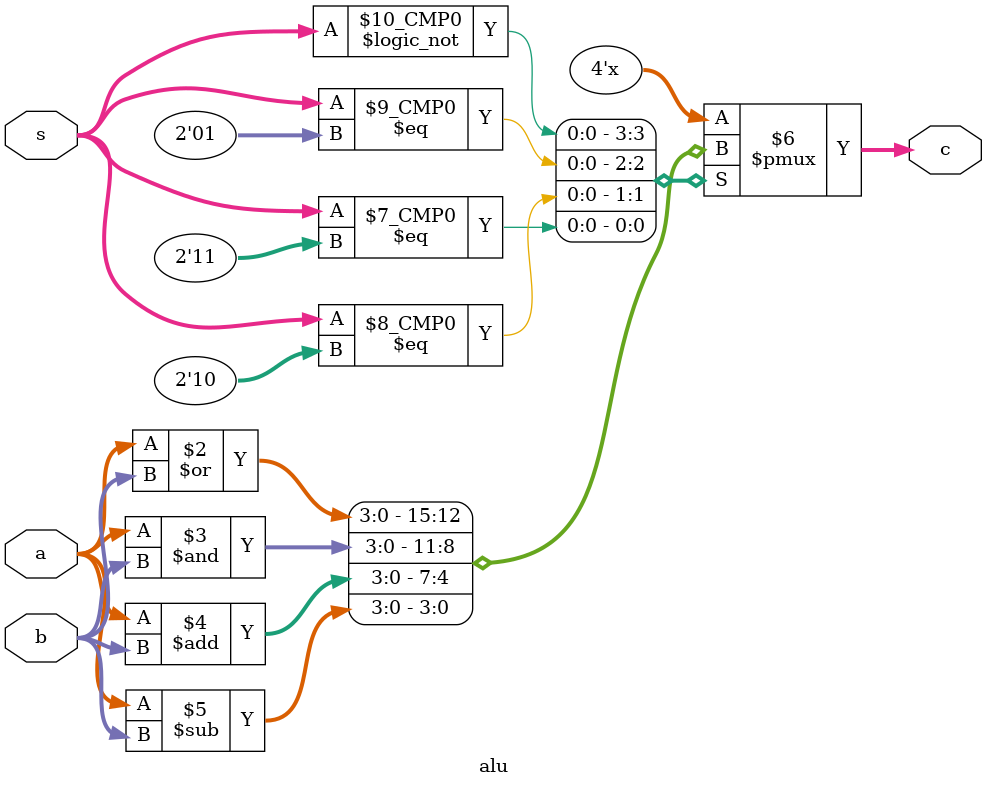
<source format=v>
module alu(a,b,c,s);
  output reg[3:0]c;
  input[3:0]a,b;
  input[1:0]s;
  always@(*)
  begin
    case(s)
      2'b00:c=a|b;
      2'b01:c=a&b;
      2'b10:c=a+b;
      2'b11:c=a-b;
  endcase
end
endmodule

    
  

</source>
